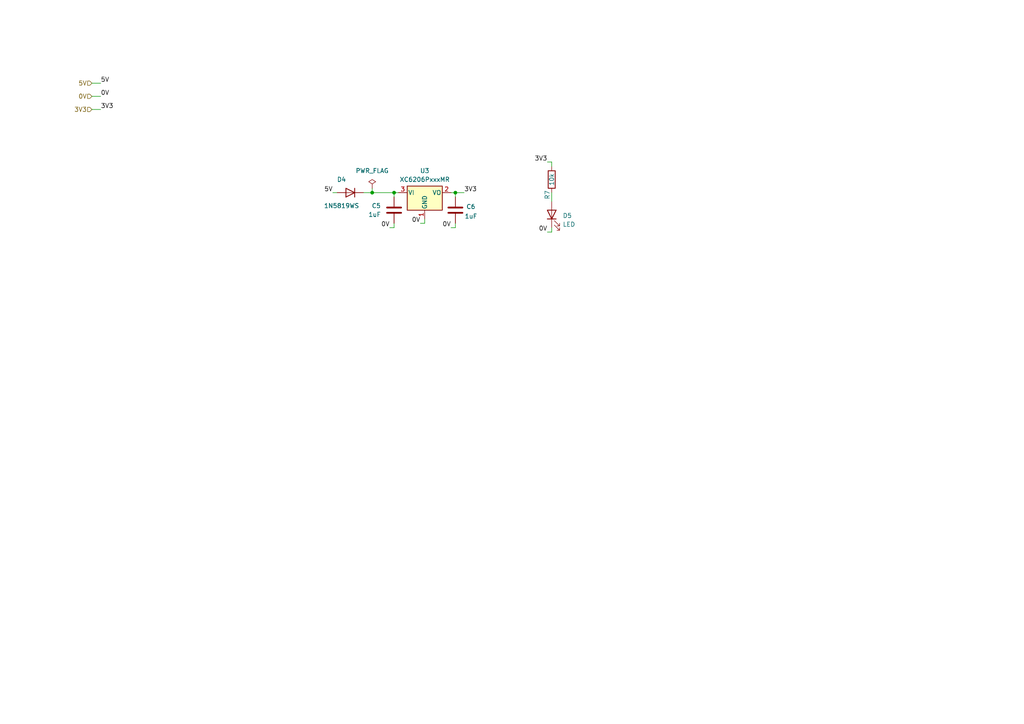
<source format=kicad_sch>
(kicad_sch (version 20231120) (generator "eeschema") (generator_version "8.0")
  (paper "A4")
  (title_block (title "Basine") (date "2024-12-14") (rev "0"))
  (lib_symbols
    (symbol "Device:C" (pin_numbers hide) (pin_names (offset 0.254))
      (property "Reference" "C" (at 0.635 2.54 0))
      (property "Value" "C" (at 0.635 -2.54 0))
      (symbol "C_0_1"
        (polyline (pts (xy -2.032 -0.762) (xy 2.032 -0.762)) (stroke (width 0.508)))
        (polyline (pts (xy -2.032 0.762) (xy 2.032 0.762)) (stroke (width 0.508)))
      )
      (symbol "C_1_1"
        (pin passive line (at 0 3.81 270) (length 2.794) (name "~") (number "1"))
        (pin passive line (at 0 -3.81 90) (length 2.794) (name "~") (number "2"))
      )
    )
    (symbol "Device:D" (pin_numbers hide) (pin_names (offset 1.016) hide)
      (property "Reference" "D" (at 0 2.54 0))
      (property "Value" "D" (at 0 -2.54 0))
      (symbol "D_0_1"
        (polyline (pts (xy -1.27 1.27) (xy -1.27 -1.27)) (stroke (width 0.254)))
        (polyline (pts (xy 1.27 0) (xy -1.27 0)))
        (polyline (pts (xy 1.27 1.27) (xy 1.27 -1.27) (xy -1.27 0) (xy 1.27 1.27)) (stroke (width 0.254)))
      )
      (symbol "D_1_1"
        (pin passive line (at -3.81 0 0) (length 2.54) (name "K") (number "1"))
        (pin passive line (at 3.81 0 180) (length 2.54) (name "A") (number "2"))
      )
    )
    (symbol "Device:LED" (pin_numbers hide) (pin_names (offset 1.016) hide)
      (property "Reference" "D" (at 0 2.54 0))
      (property "Value" "LED" (at 0 -2.54 0))
      (symbol "LED_0_1"
        (polyline (pts (xy -1.27 -1.27) (xy -1.27 1.27)) (stroke (width 0.254)))
        (polyline (pts (xy -1.27 0) (xy 1.27 0)))
        (polyline (pts (xy 1.27 -1.27) (xy 1.27 1.27) (xy -1.27 0) (xy 1.27 -1.27)) (stroke (width 0.254)))
        (polyline (pts (xy -3.048 -0.762) (xy -4.572 -2.286) (xy -3.81 -2.286) (xy -4.572 -2.286) (xy -4.572 -1.524)))
        (polyline (pts (xy -1.778 -0.762) (xy -3.302 -2.286) (xy -2.54 -2.286) (xy -3.302 -2.286) (xy -3.302 -1.524)))
      )
      (symbol "LED_1_1"
        (pin passive line (at -3.81 0 0) (length 2.54) (name "K") (number "1"))
        (pin passive line (at 3.81 0 180) (length 2.54) (name "A") (number "2"))
      )
    )
    (symbol "Device:R" (pin_numbers hide) (pin_names (offset 0))
      (property "Reference" "R" (at 2.032 0 90))
      (property "Value" "R" (at 0 0 90))
      (symbol "R_0_1"
        (rectangle (start -1.016 -2.54) (end 1.016 2.54) (stroke (width 0.254)))
      )
      (symbol "R_1_1"
        (pin passive line (at 0 3.81 270) (length 1.27) (name "~") (number "1"))
        (pin passive line (at 0 -3.81 90) (length 1.27) (name "~") (number "2"))
      )
    )
    (symbol "Regulator_Linear:XC6206PxxxMR" (pin_names (offset 0.254))
      (property "Reference" "U" (at -3.81 3.175 0))
      (property "Value" "XC6206PxxxMR" (at 0 3.175 0))
      (symbol "XC6206PxxxMR_0_1"
        (rectangle (start -5.08 1.905) (end 5.08 -5.08) (stroke (width 0.254)) (fill (type background)))
      )
      (symbol "XC6206PxxxMR_1_1"
        (pin power_in line (at 0 -7.62 90) (length 2.54) (name "GND") (number "1"))
        (pin power_out line (at 7.62 0 180) (length 2.54) (name "VO") (number "2"))
        (pin power_in line (at -7.62 0 0) (length 2.54) (name "VI") (number "3"))
      )
    )
    (symbol "power:PWR_FLAG" (power) (pin_numbers hide) (pin_names (offset 0) hide)
      (property "Value" "PWR_FLAG" (at 0 3.81 0))
      (symbol "PWR_FLAG_0_0"
        (pin power_out line (at 0 0 90) (length 0) (name "~") (number "1"))
      )
      (symbol "PWR_FLAG_0_1"
        (polyline (pts (xy 0 0) (xy 0 1.27) (xy -1.016 1.905) (xy 0 2.54) (xy 1.016 1.905) (xy 0 1.27)))
      )
    )
  )
  (junction (at 107.95 55.88))
  (junction (at 132.08 55.88))
  (junction (at 114.3 55.88))
  (wire (pts (xy 105.41 55.88) (xy 107.95 55.88)))
  (wire (pts (xy 158.75 67.31) (xy 160.02 67.31)))
  (wire (pts (xy 132.08 55.88) (xy 132.08 57.15)))
  (wire (pts (xy 114.3 66.04) (xy 114.3 64.77)))
  (wire (pts (xy 132.08 66.04) (xy 132.08 64.77)))
  (wire (pts (xy 107.95 55.88) (xy 114.3 55.88)))
  (wire (pts (xy 26.67 24.13) (xy 29.21 24.13)))
  (wire (pts (xy 160.02 67.31) (xy 160.02 66.04)))
  (wire (pts (xy 114.3 55.88) (xy 114.3 57.15)))
  (wire (pts (xy 96.52 55.88) (xy 97.79 55.88)))
  (wire (pts (xy 160.02 46.99) (xy 160.02 48.26)))
  (wire (pts (xy 158.75 46.99) (xy 160.02 46.99)))
  (wire (pts (xy 132.08 55.88) (xy 134.62 55.88)))
  (wire (pts (xy 130.81 55.88) (xy 132.08 55.88)))
  (wire (pts (xy 130.81 66.04) (xy 132.08 66.04)))
  (wire (pts (xy 115.57 55.88) (xy 114.3 55.88)))
  (wire (pts (xy 160.02 55.88) (xy 160.02 58.42)))
  (wire (pts (xy 107.95 54.61) (xy 107.95 55.88)))
  (wire (pts (xy 26.67 31.75) (xy 29.21 31.75)))
  (wire (pts (xy 113.03 66.04) (xy 114.3 66.04)))
  (wire (pts (xy 123.19 63.5) (xy 123.19 64.77)))
  (wire (pts (xy 26.67 27.94) (xy 29.21 27.94)))
  (wire (pts (xy 121.92 64.77) (xy 123.19 64.77)))
  (label "3V3" (at 134.62 55.88 0))
  (label "3V3" (at 158.75 46.99 180))
  (label "0V" (at 158.75 67.31 180))
  (label "0V" (at 29.21 27.94 0))
  (label "5V" (at 96.52 55.88 180))
  (label "0V" (at 113.03 66.04 180))
  (label "5V" (at 29.21 24.13 0))
  (label "0V" (at 121.92 64.77 180))
  (label "3V3" (at 29.21 31.75 0))
  (label "0V" (at 130.81 66.04 180))
  (hierarchical_label "3V3" (shape input) (at 26.67 31.75 180))
  (hierarchical_label "0V" (shape input) (at 26.67 27.94 180))
  (hierarchical_label "5V" (shape input) (at 26.67 24.13 180))
  (symbol (lib_id "Device:LED") (at 160.02 62.23 90) (unit 1)
    (property "Reference" "D5" (at 163.195 62.5474 90) (effects (justify right)))
    (property "Value" "LED" (at 163.195 65.0874 90) (effects (justify right)))
    (property "Footprint" "LED_SMD:LED_0603_1608Metric" (effects (hide yes)))
    (property "LCSC" "C2286" (effects (hide yes)))
  )
  (symbol (lib_id "Device:C") (at 114.3 60.96 0) (mirror x) (unit 1)
    (property "Reference" "C5" (at 110.49 59.69 0) (effects (justify right)))
    (property "Value" "1uF" (at 110.49 62.23 0) (effects (justify right)))
    (property "Footprint" "Capacitor_SMD:C_0402_1005Metric" (effects (hide yes)))
    (property "LCSC" "C52923" (effects (hide yes)))
  )
  (symbol (lib_id "Device:R") (at 160.02 52.07 0) (mirror x) (unit 1)
    (property "Reference" "R7" (at 158.75 56.515 90))
    (property "Value" "10k" (at 160.02 52.07 90))
    (property "Footprint" "Resistor_SMD:R_0603_1608Metric" (effects (hide yes)))
    (property "LCSC" "C25804" (effects (hide yes)))
  )
  (symbol (lib_id "power:PWR_FLAG") (at 107.95 54.61 0) (unit 1)
    (property "Reference" "#FLG01" (effects (hide yes)))
    (property "Value" "PWR_FLAG" (at 107.95 49.53 0))
    (property "Description" "Special symbol for telling ERC where power comes from" (effects (hide yes)))
  )
  (symbol (lib_id "Device:D") (at 101.6 55.88 180) (unit 1)
    (property "Reference" "D4" (at 99.06 52.07 0))
    (property "Value" "1N5819WS" (at 99.06 59.69 0))
    (property "Footprint" "Diode_SMD:D_SOD-323" (effects (hide yes)))
    (property "Sim.Device" "D" (effects (hide yes)))
    (property "Sim.Pins" "1=K 2=A" (effects (hide yes)))
    (property "LCSC" "C191023" (effects (hide yes)))
  )
  (symbol (lib_id "Regulator_Linear:XC6206PxxxMR") (at 123.19 55.88 0) (unit 1)
    (property "Reference" "U3" (at 123.19 49.53 0))
    (property "Value" "XC6206PxxxMR" (at 123.19 52.07 0))
    (property "Footprint" "Package_TO_SOT_SMD:SOT-23-3" (effects (hide yes)))
    (property "Datasheet" "https://www.torexsemi.com/file/xc6206/XC6206.pdf" (effects (hide yes)))
    (property "LCSC" "C5446" (effects (hide yes)))
  )
  (symbol (lib_id "Device:C") (at 132.08 60.96 0) (mirror x) (unit 1)
    (property "Reference" "C6" (at 137.922 59.944 0) (effects (justify right)))
    (property "Value" "1uF" (at 138.43 62.738 0) (effects (justify right)))
    (property "Footprint" "Capacitor_SMD:C_0402_1005Metric" (effects (hide yes)))
    (property "LCSC" "C52923" (effects (hide yes)))
  )
)
</source>
